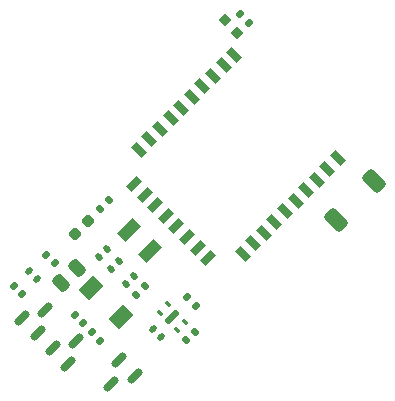
<source format=gbr>
G04 #@! TF.GenerationSoftware,KiCad,Pcbnew,(6.0.9)*
G04 #@! TF.CreationDate,2022-11-30T18:40:26+01:00*
G04 #@! TF.ProjectId,parasite - 45deg,70617261-7369-4746-9520-2d2034356465,1.2.0*
G04 #@! TF.SameCoordinates,Original*
G04 #@! TF.FileFunction,Paste,Top*
G04 #@! TF.FilePolarity,Positive*
%FSLAX46Y46*%
G04 Gerber Fmt 4.6, Leading zero omitted, Abs format (unit mm)*
G04 Created by KiCad (PCBNEW (6.0.9)) date 2022-11-30 18:40:26*
%MOMM*%
%LPD*%
G01*
G04 APERTURE LIST*
G04 Aperture macros list*
%AMRoundRect*
0 Rectangle with rounded corners*
0 $1 Rounding radius*
0 $2 $3 $4 $5 $6 $7 $8 $9 X,Y pos of 4 corners*
0 Add a 4 corners polygon primitive as box body*
4,1,4,$2,$3,$4,$5,$6,$7,$8,$9,$2,$3,0*
0 Add four circle primitives for the rounded corners*
1,1,$1+$1,$2,$3*
1,1,$1+$1,$4,$5*
1,1,$1+$1,$6,$7*
1,1,$1+$1,$8,$9*
0 Add four rect primitives between the rounded corners*
20,1,$1+$1,$2,$3,$4,$5,0*
20,1,$1+$1,$4,$5,$6,$7,0*
20,1,$1+$1,$6,$7,$8,$9,0*
20,1,$1+$1,$8,$9,$2,$3,0*%
%AMRotRect*
0 Rectangle, with rotation*
0 The origin of the aperture is its center*
0 $1 length*
0 $2 width*
0 $3 Rotation angle, in degrees counterclockwise*
0 Add horizontal line*
21,1,$1,$2,0,0,$3*%
G04 Aperture macros list end*
%ADD10RoundRect,0.140000X0.021213X-0.219203X0.219203X-0.021213X-0.021213X0.219203X-0.219203X0.021213X0*%
%ADD11RoundRect,0.140000X0.219203X0.021213X0.021213X0.219203X-0.219203X-0.021213X-0.021213X-0.219203X0*%
%ADD12RoundRect,0.135000X0.035355X-0.226274X0.226274X-0.035355X-0.035355X0.226274X-0.226274X0.035355X0*%
%ADD13RoundRect,0.135000X-0.226274X-0.035355X-0.035355X-0.226274X0.226274X0.035355X0.035355X0.226274X0*%
%ADD14RoundRect,0.135000X0.226274X0.035355X0.035355X0.226274X-0.226274X-0.035355X-0.035355X-0.226274X0*%
%ADD15RoundRect,0.135000X-0.035355X0.226274X-0.226274X0.035355X0.035355X-0.226274X0.226274X-0.035355X0*%
%ADD16RoundRect,0.150000X0.309359X0.521491X-0.521491X-0.309359X-0.309359X-0.521491X0.521491X0.309359X0*%
%ADD17RotRect,1.000000X1.800000X135.000000*%
%ADD18RoundRect,0.218750X0.026517X-0.335876X0.335876X-0.026517X-0.026517X0.335876X-0.335876X0.026517X0*%
%ADD19RoundRect,0.140000X-0.021213X0.219203X-0.219203X0.021213X0.021213X-0.219203X0.219203X-0.021213X0*%
%ADD20RoundRect,0.250000X0.159099X-0.512652X0.512652X-0.159099X-0.159099X0.512652X-0.512652X0.159099X0*%
%ADD21RoundRect,0.150000X-0.309359X-0.521491X0.521491X0.309359X0.309359X0.521491X-0.521491X-0.309359X0*%
%ADD22RoundRect,0.087500X0.194454X-0.070711X-0.070711X0.194454X-0.194454X0.070711X0.070711X-0.194454X0*%
%ADD23RoundRect,0.125000X0.494975X0.318198X0.318198X0.494975X-0.494975X-0.318198X-0.318198X-0.494975X0*%
%ADD24RoundRect,0.087500X-0.194454X0.070711X0.070711X-0.194454X0.194454X-0.070711X-0.070711X0.194454X0*%
%ADD25RotRect,1.300000X1.700000X135.000000*%
%ADD26RotRect,0.650000X1.200000X45.000000*%
%ADD27RotRect,0.650000X1.200000X135.000000*%
%ADD28RotRect,0.800000X0.800000X315.000000*%
%ADD29RoundRect,0.300000X-0.282843X0.707107X-0.707107X0.282843X0.282843X-0.707107X0.707107X-0.282843X0*%
G04 APERTURE END LIST*
D10*
X100303060Y-63946938D03*
X100981882Y-63268116D03*
D11*
X92800657Y-63522674D03*
X92121835Y-62843852D03*
D12*
X101201086Y-64887390D03*
X101922334Y-64166142D03*
D13*
X97453420Y-68034016D03*
X98174668Y-68755264D03*
D14*
X91549078Y-64816679D03*
X90827830Y-64095431D03*
D13*
X95979102Y-66559698D03*
X96700350Y-67280946D03*
X93574939Y-61468530D03*
X94296187Y-62189778D03*
D15*
X98882332Y-56882385D03*
X98161084Y-57603633D03*
D11*
X103265837Y-68472422D03*
X102587015Y-67793600D03*
D16*
X101068503Y-71737488D03*
X99725000Y-70393985D03*
X99070926Y-72391562D03*
D17*
X100582368Y-59424991D03*
X102350134Y-61192757D03*
D18*
X96020317Y-59744400D03*
X97134011Y-58630706D03*
D10*
X99030268Y-62674146D03*
X99709090Y-61995324D03*
D19*
X98719141Y-61005374D03*
X98040319Y-61684196D03*
D20*
X94819447Y-63915118D03*
X96162949Y-62571616D03*
D14*
X106246292Y-65796022D03*
X105525044Y-65074774D03*
D12*
X105433120Y-68744657D03*
X106154368Y-68023409D03*
D21*
X94121179Y-69421713D03*
X95464682Y-70765216D03*
X96118756Y-68767639D03*
D22*
X104630553Y-67857239D03*
D23*
X104259322Y-66778901D03*
D24*
X103888091Y-65700563D03*
X103180984Y-66407670D03*
D22*
X105337660Y-67150132D03*
D25*
X99875261Y-66778901D03*
X97400387Y-64304027D03*
D26*
X109499691Y-44541100D03*
X108601665Y-45439125D03*
X107703640Y-46337151D03*
X106805614Y-47235177D03*
X105907589Y-48133202D03*
X105009563Y-49031228D03*
X104111537Y-49929253D03*
X103213512Y-50827279D03*
X102315486Y-51725305D03*
X101417461Y-52623330D03*
D27*
X101014410Y-55499841D03*
X101912435Y-56397866D03*
X102810461Y-57295892D03*
X103708487Y-58193918D03*
X104606512Y-59091943D03*
X105504538Y-59989969D03*
X106402563Y-60887994D03*
X107300589Y-61786020D03*
D26*
X110212455Y-61418324D03*
X111110480Y-60520299D03*
X112008506Y-59622273D03*
X112906532Y-58724248D03*
X113804557Y-57826222D03*
X114702583Y-56928196D03*
X115600608Y-56030171D03*
X116498634Y-55132145D03*
X117396660Y-54234120D03*
X118294685Y-53336094D03*
D14*
X110711671Y-41835709D03*
X109990423Y-41114461D03*
D28*
X108678740Y-41641255D03*
X109739400Y-42701915D03*
D29*
X121361258Y-55263110D03*
X118108566Y-58515802D03*
D21*
X91504884Y-66805417D03*
X92848387Y-68148920D03*
X93502461Y-66151343D03*
M02*

</source>
